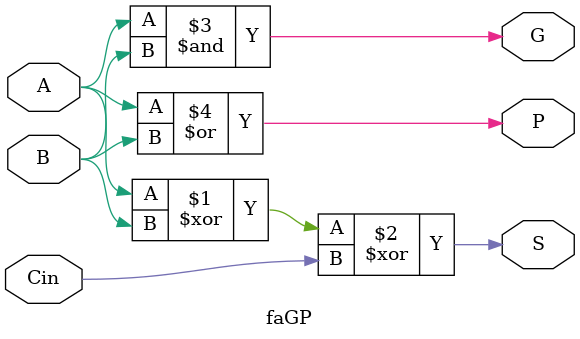
<source format=v>
module faGP(A, B, Cin, S, G, P);
	input A, B, Cin;
	output S, G, P;

    assign S = A ^ B  ^ Cin;
    // assign Cout = ((A ^ B) & Cin) | (A & B);

    assign G = A & B;
    assign P = A | B;

endmodule
</source>
